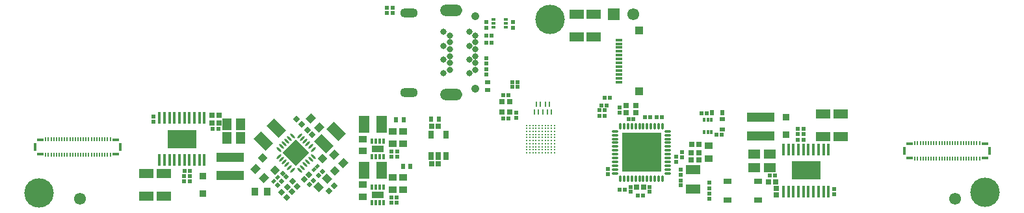
<source format=gts>
%FSLAX44Y44*%
%MOMM*%
G71*
G01*
G75*
G04 Layer_Color=8388736*
%ADD10R,1.8000X1.1500*%
%ADD11R,3.6000X1.2000*%
%ADD12R,0.9000X0.8000*%
G04:AMPARAMS|DCode=13|XSize=0.9mm|YSize=0.8mm|CornerRadius=0mm|HoleSize=0mm|Usage=FLASHONLY|Rotation=225.000|XOffset=0mm|YOffset=0mm|HoleType=Round|Shape=Rectangle|*
%AMROTATEDRECTD13*
4,1,4,0.0354,0.6010,0.6010,0.0354,-0.0354,-0.6010,-0.6010,-0.0354,0.0354,0.6010,0.0*
%
%ADD13ROTATEDRECTD13*%

%ADD14O,0.8500X0.2500*%
%ADD15O,0.2500X0.8500*%
%ADD16R,5.1500X5.1500*%
%ADD17R,0.6200X0.6200*%
%ADD18R,0.6200X0.6200*%
%ADD19C,0.1714*%
G04:AMPARAMS|DCode=20|XSize=0.65mm|YSize=0.55mm|CornerRadius=0mm|HoleSize=0mm|Usage=FLASHONLY|Rotation=45.000|XOffset=0mm|YOffset=0mm|HoleType=Round|Shape=Rectangle|*
%AMROTATEDRECTD20*
4,1,4,-0.0354,-0.4243,-0.4243,-0.0354,0.0354,0.4243,0.4243,0.0354,-0.0354,-0.4243,0.0*
%
%ADD20ROTATEDRECTD20*%

G04:AMPARAMS|DCode=21|XSize=0.65mm|YSize=0.55mm|CornerRadius=0mm|HoleSize=0mm|Usage=FLASHONLY|Rotation=315.000|XOffset=0mm|YOffset=0mm|HoleType=Round|Shape=Rectangle|*
%AMROTATEDRECTD21*
4,1,4,-0.4243,0.0354,-0.0354,0.4243,0.4243,-0.0354,0.0354,-0.4243,-0.4243,0.0354,0.0*
%
%ADD21ROTATEDRECTD21*%

%ADD22C,1.5000*%
%ADD23R,0.6500X0.5500*%
%ADD24R,0.4600X0.4200*%
%ADD25R,0.4500X0.6500*%
%ADD26R,0.4500X0.7000*%
%ADD27R,0.6500X0.4500*%
%ADD28R,0.7000X0.4500*%
%ADD29R,0.4500X0.4500*%
%ADD30R,0.5500X0.6500*%
%ADD31R,0.3300X0.5500*%
%ADD32R,0.5500X0.3300*%
%ADD33R,0.1800X0.4700*%
%ADD34R,0.8000X0.3500*%
%ADD35R,0.3000X1.0000*%
%ADD36R,0.6000X1.0000*%
%ADD37R,0.6500X0.7500*%
G04:AMPARAMS|DCode=38|XSize=0.42mm|YSize=0.46mm|CornerRadius=0mm|HoleSize=0mm|Usage=FLASHONLY|Rotation=135.000|XOffset=0mm|YOffset=0mm|HoleType=Round|Shape=Rectangle|*
%AMROTATEDRECTD38*
4,1,4,0.3111,0.0141,-0.0141,-0.3111,-0.3111,-0.0141,0.0141,0.3111,0.3111,0.0141,0.0*
%
%ADD38ROTATEDRECTD38*%

%ADD39R,0.4200X0.4600*%
%ADD40P,0.6364X4X270.0*%
%ADD41R,0.4500X0.4500*%
%ADD42P,0.8768X4X270.0*%
%ADD43P,0.8768X4X360.0*%
%ADD44P,0.6364X4X180.0*%
%ADD45R,1.2700X2.2000*%
%ADD46R,1.0000X0.9500*%
%ADD47R,0.8000X0.3000*%
%ADD48R,1.9000X1.1000*%
%ADD49R,0.3000X1.6000*%
%ADD50R,3.7000X2.4000*%
%ADD51R,1.1500X1.4500*%
%ADD52R,0.9000X1.0000*%
G04:AMPARAMS|DCode=53|XSize=1mm|YSize=0.9mm|CornerRadius=0mm|HoleSize=0mm|Usage=FLASHONLY|Rotation=45.000|XOffset=0mm|YOffset=0mm|HoleType=Round|Shape=Rectangle|*
%AMROTATEDRECTD53*
4,1,4,-0.0354,-0.6717,-0.6717,-0.0354,0.0354,0.6717,0.6717,0.0354,-0.0354,-0.6717,0.0*
%
%ADD53ROTATEDRECTD53*%

G04:AMPARAMS|DCode=54|XSize=2.2mm|YSize=1.27mm|CornerRadius=0mm|HoleSize=0mm|Usage=FLASHONLY|Rotation=135.000|XOffset=0mm|YOffset=0mm|HoleType=Round|Shape=Rectangle|*
%AMROTATEDRECTD54*
4,1,4,1.2268,-0.3288,0.3288,-1.2268,-1.2268,0.3288,-0.3288,1.2268,1.2268,-0.3288,0.0*
%
%ADD54ROTATEDRECTD54*%

G04:AMPARAMS|DCode=55|XSize=1mm|YSize=0.9mm|CornerRadius=0mm|HoleSize=0mm|Usage=FLASHONLY|Rotation=135.000|XOffset=0mm|YOffset=0mm|HoleType=Round|Shape=Rectangle|*
%AMROTATEDRECTD55*
4,1,4,0.6717,-0.0354,0.0354,-0.6717,-0.6717,0.0354,-0.0354,0.6717,0.6717,-0.0354,0.0*
%
%ADD55ROTATEDRECTD55*%

G04:AMPARAMS|DCode=56|XSize=0.25mm|YSize=0.8mm|CornerRadius=0mm|HoleSize=0mm|Usage=FLASHONLY|Rotation=315.000|XOffset=0mm|YOffset=0mm|HoleType=Round|Shape=Round|*
%AMOVALD56*
21,1,0.5500,0.2500,0.0000,0.0000,45.0*
1,1,0.2500,-0.1945,-0.1945*
1,1,0.2500,0.1945,0.1945*
%
%ADD56OVALD56*%

G04:AMPARAMS|DCode=57|XSize=0.25mm|YSize=0.8mm|CornerRadius=0mm|HoleSize=0mm|Usage=FLASHONLY|Rotation=225.000|XOffset=0mm|YOffset=0mm|HoleType=Round|Shape=Round|*
%AMOVALD57*
21,1,0.5500,0.2500,0.0000,0.0000,315.0*
1,1,0.2500,-0.1945,0.1945*
1,1,0.2500,0.1945,-0.1945*
%
%ADD57OVALD57*%

%ADD58P,3.4648X4X270.0*%
%ADD59R,1.0000X0.9000*%
%ADD60R,0.2500X0.7000*%
%ADD61R,1.5500X0.8500*%
%ADD62R,0.2000X0.7500*%
%ADD63R,0.9600X0.8900*%
%ADD64R,1.0500X0.6500*%
%ADD65R,1.4500X1.1500*%
%ADD66R,0.7500X0.6500*%
%ADD67C,0.5000*%
%ADD68C,0.2000*%
%ADD69C,0.1270*%
%ADD70C,0.1000*%
%ADD71C,0.3000*%
%ADD72C,0.4000*%
%ADD73C,0.0762*%
%ADD74C,1.2000*%
%ADD75C,1.0000*%
%ADD76C,0.7500*%
%ADD77C,0.2500*%
%ADD78C,0.1250*%
%ADD79C,0.1524*%
%ADD80C,0.1800*%
%ADD81C,0.1500*%
%ADD82C,0.1520*%
%ADD83C,0.1750*%
%ADD84R,1.6000X0.8000*%
%ADD85R,1.3250X1.0500*%
%ADD86R,0.7976X0.7976*%
%ADD87R,0.8000X0.3000*%
%ADD88C,3.8000*%
%ADD89O,2.2500X1.2000*%
%ADD90O,2.8500X1.4500*%
%ADD91C,0.7500*%
%ADD92C,1.0000*%
%ADD93R,1.5000X1.5000*%
%ADD94C,0.3000*%
%ADD95C,0.2500*%
%ADD96C,0.6000*%
%ADD97O,2.0400X1.0000*%
%ADD98O,2.6500X1.2000*%
%ADD99C,0.8500*%
%ADD100C,1.3000*%
%ADD101C,1.2000*%
%ADD102C,0.4500*%
%ADD103C,0.4000*%
%ADD104R,0.8900X0.9600*%
%ADD105R,0.3600X0.3200*%
%ADD106R,0.3200X0.3600*%
%ADD107R,0.5200X0.5200*%
%ADD108R,0.5200X0.5200*%
%ADD109R,0.6250X0.6000*%
%ADD110R,1.8508X1.2008*%
%ADD111R,3.6508X1.2508*%
%ADD112R,0.9508X0.8508*%
G04:AMPARAMS|DCode=113|XSize=0.9508mm|YSize=0.8508mm|CornerRadius=0mm|HoleSize=0mm|Usage=FLASHONLY|Rotation=225.000|XOffset=0mm|YOffset=0mm|HoleType=Round|Shape=Rectangle|*
%AMROTATEDRECTD113*
4,1,4,0.0354,0.6370,0.6370,0.0354,-0.0354,-0.6370,-0.6370,-0.0354,0.0354,0.6370,0.0*
%
%ADD113ROTATEDRECTD113*%

%ADD114O,0.9008X0.3008*%
%ADD115O,0.3008X0.9008*%
%ADD116R,5.2008X5.2008*%
%ADD117R,0.6708X0.6708*%
%ADD118R,0.6708X0.6708*%
%ADD119C,0.2222*%
G04:AMPARAMS|DCode=120|XSize=0.7008mm|YSize=0.6008mm|CornerRadius=0mm|HoleSize=0mm|Usage=FLASHONLY|Rotation=45.000|XOffset=0mm|YOffset=0mm|HoleType=Round|Shape=Rectangle|*
%AMROTATEDRECTD120*
4,1,4,-0.0354,-0.4602,-0.4602,-0.0354,0.0354,0.4602,0.4602,0.0354,-0.0354,-0.4602,0.0*
%
%ADD120ROTATEDRECTD120*%

G04:AMPARAMS|DCode=121|XSize=0.7008mm|YSize=0.6008mm|CornerRadius=0mm|HoleSize=0mm|Usage=FLASHONLY|Rotation=315.000|XOffset=0mm|YOffset=0mm|HoleType=Round|Shape=Rectangle|*
%AMROTATEDRECTD121*
4,1,4,-0.4602,0.0354,-0.0354,0.4602,0.4602,-0.0354,0.0354,-0.4602,-0.4602,0.0354,0.0*
%
%ADD121ROTATEDRECTD121*%

%ADD122C,1.5508*%
%ADD123R,0.7008X0.6008*%
%ADD124R,0.5108X0.4708*%
%ADD125R,0.5008X0.7008*%
%ADD126R,0.5008X0.7508*%
%ADD127R,0.7008X0.5008*%
%ADD128R,0.7508X0.5008*%
%ADD129R,0.5008X0.5008*%
%ADD130R,0.6008X0.7008*%
%ADD131R,0.3808X0.6008*%
%ADD132R,0.6008X0.3808*%
%ADD133R,0.2308X0.5208*%
%ADD134R,0.8508X0.4008*%
%ADD135R,0.3508X1.0508*%
%ADD136R,0.6508X1.0508*%
%ADD137R,0.7008X0.8008*%
G04:AMPARAMS|DCode=138|XSize=0.4708mm|YSize=0.5108mm|CornerRadius=0mm|HoleSize=0mm|Usage=FLASHONLY|Rotation=135.000|XOffset=0mm|YOffset=0mm|HoleType=Round|Shape=Rectangle|*
%AMROTATEDRECTD138*
4,1,4,0.3471,0.0141,-0.0141,-0.3471,-0.3471,-0.0141,0.0141,0.3471,0.3471,0.0141,0.0*
%
%ADD138ROTATEDRECTD138*%

%ADD139R,0.4708X0.5108*%
%ADD140P,0.7082X4X270.0*%
%ADD141R,0.5008X0.5008*%
%ADD142P,0.9486X4X270.0*%
%ADD143P,0.9486X4X360.0*%
%ADD144P,0.7082X4X180.0*%
%ADD145R,1.3208X2.2508*%
%ADD146R,1.0508X1.0008*%
%ADD147R,0.8508X0.3508*%
%ADD148R,1.9508X1.1508*%
%ADD149R,0.3508X1.6508*%
%ADD150R,3.7508X2.4508*%
%ADD151R,1.2008X1.5008*%
%ADD152R,0.9508X1.0508*%
G04:AMPARAMS|DCode=153|XSize=1.0508mm|YSize=0.9508mm|CornerRadius=0mm|HoleSize=0mm|Usage=FLASHONLY|Rotation=45.000|XOffset=0mm|YOffset=0mm|HoleType=Round|Shape=Rectangle|*
%AMROTATEDRECTD153*
4,1,4,-0.0354,-0.7077,-0.7077,-0.0354,0.0354,0.7077,0.7077,0.0354,-0.0354,-0.7077,0.0*
%
%ADD153ROTATEDRECTD153*%

G04:AMPARAMS|DCode=154|XSize=2.2508mm|YSize=1.3208mm|CornerRadius=0mm|HoleSize=0mm|Usage=FLASHONLY|Rotation=135.000|XOffset=0mm|YOffset=0mm|HoleType=Round|Shape=Rectangle|*
%AMROTATEDRECTD154*
4,1,4,1.2628,-0.3288,0.3288,-1.2628,-1.2628,0.3288,-0.3288,1.2628,1.2628,-0.3288,0.0*
%
%ADD154ROTATEDRECTD154*%

G04:AMPARAMS|DCode=155|XSize=1.0508mm|YSize=0.9508mm|CornerRadius=0mm|HoleSize=0mm|Usage=FLASHONLY|Rotation=135.000|XOffset=0mm|YOffset=0mm|HoleType=Round|Shape=Rectangle|*
%AMROTATEDRECTD155*
4,1,4,0.7077,-0.0354,0.0354,-0.7077,-0.7077,0.0354,-0.0354,0.7077,0.7077,-0.0354,0.0*
%
%ADD155ROTATEDRECTD155*%

G04:AMPARAMS|DCode=156|XSize=0.3008mm|YSize=0.8508mm|CornerRadius=0mm|HoleSize=0mm|Usage=FLASHONLY|Rotation=315.000|XOffset=0mm|YOffset=0mm|HoleType=Round|Shape=Round|*
%AMOVALD156*
21,1,0.5500,0.3008,0.0000,0.0000,45.0*
1,1,0.3008,-0.1945,-0.1945*
1,1,0.3008,0.1945,0.1945*
%
%ADD156OVALD156*%

G04:AMPARAMS|DCode=157|XSize=0.3008mm|YSize=0.8508mm|CornerRadius=0mm|HoleSize=0mm|Usage=FLASHONLY|Rotation=225.000|XOffset=0mm|YOffset=0mm|HoleType=Round|Shape=Round|*
%AMOVALD157*
21,1,0.5500,0.3008,0.0000,0.0000,315.0*
1,1,0.3008,-0.1945,0.1945*
1,1,0.3008,0.1945,-0.1945*
%
%ADD157OVALD157*%

%ADD158P,3.5367X4X270.0*%
%ADD159R,1.0508X0.9508*%
%ADD160R,0.3008X0.7508*%
%ADD161R,1.6008X0.9008*%
%ADD162R,1.0108X0.9408*%
%ADD163R,1.1008X0.7008*%
%ADD164R,1.5008X1.2008*%
%ADD165R,0.8008X0.7008*%
%ADD166C,3.8508*%
%ADD167O,2.3008X1.2508*%
%ADD168O,2.9008X1.5008*%
%ADD169C,0.8008*%
%ADD170C,1.0508*%
%ADD171R,1.5508X1.5508*%
D62*
X689200Y128300D02*
D03*
X678200D02*
D03*
X684200D02*
D03*
X672200D02*
D03*
X667200D02*
D03*
X686700Y138700D02*
D03*
X681700D02*
D03*
X674700Y138700D02*
D03*
X669700Y138700D02*
D03*
D110*
X744000Y256000D02*
D03*
Y226000D02*
D03*
X722000Y256000D02*
D03*
Y226000D02*
D03*
X1042600Y126000D02*
D03*
Y96000D02*
D03*
X1065600Y126000D02*
D03*
Y96000D02*
D03*
X161600Y18000D02*
D03*
Y48000D02*
D03*
X184600Y18000D02*
D03*
Y48000D02*
D03*
D111*
X271000Y69000D02*
D03*
Y45000D02*
D03*
X962000Y97000D02*
D03*
Y121000D02*
D03*
D112*
X995000Y98500D02*
D03*
Y121500D02*
D03*
X235000Y44500D02*
D03*
Y21500D02*
D03*
D113*
X329132Y51868D02*
D03*
X312868Y68132D02*
D03*
X390868Y67132D02*
D03*
X407132Y50868D02*
D03*
D114*
X840500Y48000D02*
D03*
Y53000D02*
D03*
Y58000D02*
D03*
Y63000D02*
D03*
Y68000D02*
D03*
Y73000D02*
D03*
Y78000D02*
D03*
Y83000D02*
D03*
Y88000D02*
D03*
Y93000D02*
D03*
Y98000D02*
D03*
Y103000D02*
D03*
X772000D02*
D03*
Y98000D02*
D03*
Y93000D02*
D03*
Y88000D02*
D03*
Y83000D02*
D03*
Y78000D02*
D03*
Y73000D02*
D03*
Y68000D02*
D03*
Y63000D02*
D03*
Y58000D02*
D03*
Y53000D02*
D03*
Y48000D02*
D03*
D115*
X833750Y109750D02*
D03*
X828750D02*
D03*
X823750D02*
D03*
X818750D02*
D03*
X813750D02*
D03*
X808750D02*
D03*
X803750D02*
D03*
X798750D02*
D03*
X793750D02*
D03*
X788750D02*
D03*
X783750D02*
D03*
X778750D02*
D03*
Y41250D02*
D03*
X783750D02*
D03*
X788750D02*
D03*
X793750D02*
D03*
X798750D02*
D03*
X803750D02*
D03*
X808750D02*
D03*
X813750D02*
D03*
X818750D02*
D03*
X823750D02*
D03*
X828750D02*
D03*
X833750D02*
D03*
D116*
X806250Y75500D02*
D03*
D117*
X247100Y124000D02*
D03*
X256100D02*
D03*
X881100Y86000D02*
D03*
X872100D02*
D03*
X972100Y37000D02*
D03*
X981100D02*
D03*
X247100Y114000D02*
D03*
X256100D02*
D03*
X809100Y30000D02*
D03*
X800100D02*
D03*
X532750Y60500D02*
D03*
X541750D02*
D03*
X532750Y109500D02*
D03*
X541750D02*
D03*
D118*
X982000Y19500D02*
D03*
Y28500D02*
D03*
X881000Y74500D02*
D03*
Y65500D02*
D03*
X871000Y74500D02*
D03*
Y65500D02*
D03*
D119*
X657000Y98750D02*
D03*
X661000D02*
D03*
X657000Y78750D02*
D03*
X661000D02*
D03*
X657000Y82750D02*
D03*
X661000D02*
D03*
X657000Y94750D02*
D03*
X661000D02*
D03*
X657000Y106750D02*
D03*
X661000D02*
D03*
X657000Y102750D02*
D03*
X661000D02*
D03*
Y74750D02*
D03*
X657000D02*
D03*
X673000Y110750D02*
D03*
X685000Y74750D02*
D03*
X689000D02*
D03*
Y78750D02*
D03*
X685000D02*
D03*
X689000Y82750D02*
D03*
X681000Y74750D02*
D03*
Y78750D02*
D03*
X677000Y74750D02*
D03*
Y78750D02*
D03*
X693000Y82750D02*
D03*
Y86750D02*
D03*
X685000D02*
D03*
X689000D02*
D03*
X685000Y82750D02*
D03*
X677000D02*
D03*
X681000D02*
D03*
X685000Y90750D02*
D03*
X681000Y86750D02*
D03*
Y90750D02*
D03*
X673000Y78750D02*
D03*
X669000Y74750D02*
D03*
X673000D02*
D03*
X669000Y78750D02*
D03*
X673000Y82750D02*
D03*
X665000D02*
D03*
X669000D02*
D03*
X677000Y86750D02*
D03*
X669000D02*
D03*
X673000D02*
D03*
X677000Y90750D02*
D03*
X669000D02*
D03*
X673000D02*
D03*
X661000Y86750D02*
D03*
X665000D02*
D03*
X661000Y90750D02*
D03*
X657000Y86750D02*
D03*
Y90750D02*
D03*
X693000Y94750D02*
D03*
X689000Y90750D02*
D03*
X693000D02*
D03*
X689000Y94750D02*
D03*
X693000Y98750D02*
D03*
X689000D02*
D03*
Y102750D02*
D03*
X681000Y94750D02*
D03*
X685000D02*
D03*
X677000D02*
D03*
X685000Y98750D02*
D03*
Y102750D02*
D03*
X677000Y98750D02*
D03*
X681000D02*
D03*
X693000Y102750D02*
D03*
X689000Y106750D02*
D03*
X693000D02*
D03*
X689000Y110750D02*
D03*
X693000D02*
D03*
X685000Y106750D02*
D03*
Y110750D02*
D03*
X681000Y102750D02*
D03*
Y106750D02*
D03*
X677000D02*
D03*
X681000Y110750D02*
D03*
X677000D02*
D03*
X673000Y94750D02*
D03*
X665000D02*
D03*
X669000D02*
D03*
X673000Y98750D02*
D03*
X677000Y102750D02*
D03*
X669000Y98750D02*
D03*
Y102750D02*
D03*
X665000Y90750D02*
D03*
Y98750D02*
D03*
Y102750D02*
D03*
X673000D02*
D03*
X669000Y106750D02*
D03*
X673000D02*
D03*
X669000Y110750D02*
D03*
X665000Y106750D02*
D03*
Y110750D02*
D03*
X661000D02*
D03*
X657000D02*
D03*
X665000Y74750D02*
D03*
Y78750D02*
D03*
X693000Y74750D02*
D03*
Y78750D02*
D03*
D120*
X337464Y23536D02*
D03*
X344536Y16465D02*
D03*
X356906Y119201D02*
D03*
X363977Y112130D02*
D03*
D121*
X406536Y31535D02*
D03*
X399464Y24464D02*
D03*
D122*
X1215000Y15000D02*
D03*
X75000D02*
D03*
X795300Y256000D02*
D03*
D123*
X605600Y167000D02*
D03*
Y157000D02*
D03*
D124*
X644900Y161000D02*
D03*
X638300D02*
D03*
X644900Y167000D02*
D03*
X638300D02*
D03*
X795900Y119000D02*
D03*
X789300D02*
D03*
X626700Y150000D02*
D03*
X633300D02*
D03*
X817550Y121500D02*
D03*
X810950D02*
D03*
X633300Y120000D02*
D03*
X626700D02*
D03*
D125*
X911750Y127000D02*
D03*
D126*
X897750D02*
D03*
D127*
X911320Y119250D02*
D03*
D128*
Y105250D02*
D03*
D129*
X604600Y184400D02*
D03*
Y177400D02*
D03*
X604600Y191400D02*
D03*
Y198400D02*
D03*
X643000Y120500D02*
D03*
Y127500D02*
D03*
X487600Y16500D02*
D03*
Y9500D02*
D03*
X488600Y76500D02*
D03*
Y69500D02*
D03*
X170600Y115500D02*
D03*
Y122500D02*
D03*
X751600Y123500D02*
D03*
Y130500D02*
D03*
X638600Y245500D02*
D03*
Y238500D02*
D03*
X604600Y245500D02*
D03*
Y238500D02*
D03*
X1009600Y106500D02*
D03*
Y99500D02*
D03*
X218600Y44500D02*
D03*
Y37500D02*
D03*
X480600Y9500D02*
D03*
Y16500D02*
D03*
X480600Y69500D02*
D03*
Y76500D02*
D03*
X894600Y28500D02*
D03*
Y35500D02*
D03*
X894600Y14500D02*
D03*
Y21500D02*
D03*
X758600Y123500D02*
D03*
Y130500D02*
D03*
X1057600Y27500D02*
D03*
Y20500D02*
D03*
X482600Y257500D02*
D03*
Y264500D02*
D03*
D130*
X532250Y118900D02*
D03*
X542250D02*
D03*
X505600Y57000D02*
D03*
X495600D02*
D03*
X486600Y118000D02*
D03*
X496600D02*
D03*
D131*
X897600Y102000D02*
D03*
X892600D02*
D03*
X887600D02*
D03*
Y118000D02*
D03*
X892600D02*
D03*
X897600D02*
D03*
D132*
X629600Y249000D02*
D03*
Y244000D02*
D03*
Y239000D02*
D03*
X613600D02*
D03*
Y244000D02*
D03*
Y249000D02*
D03*
D133*
X1183500Y87500D02*
D03*
X1180000D02*
D03*
X1204500D02*
D03*
X1201000D02*
D03*
X1215000Y67500D02*
D03*
X1211500D02*
D03*
X1225500Y87500D02*
D03*
X1222000D02*
D03*
X1204500Y67500D02*
D03*
X1201000D02*
D03*
X1194000D02*
D03*
X1190500D02*
D03*
X1225500D02*
D03*
X1222000D02*
D03*
X1215000Y87500D02*
D03*
X1211500D02*
D03*
X1194000D02*
D03*
X1190500D02*
D03*
X1162500Y67500D02*
D03*
Y87500D02*
D03*
X1166000Y67500D02*
D03*
Y87500D02*
D03*
X1169500Y67500D02*
D03*
Y87500D02*
D03*
X1173000Y67500D02*
D03*
Y87500D02*
D03*
X1176500Y67500D02*
D03*
Y87500D02*
D03*
X1187000Y67500D02*
D03*
Y87500D02*
D03*
X1197500Y67500D02*
D03*
Y87500D02*
D03*
X1208000Y67500D02*
D03*
Y87500D02*
D03*
X1218500Y67500D02*
D03*
Y87500D02*
D03*
X1229000Y67500D02*
D03*
Y87500D02*
D03*
X1232500Y67500D02*
D03*
Y87500D02*
D03*
X1236000Y67500D02*
D03*
Y87500D02*
D03*
X1239500Y67500D02*
D03*
Y87500D02*
D03*
X1243000Y67500D02*
D03*
Y87500D02*
D03*
X1246500Y67500D02*
D03*
Y87500D02*
D03*
X1180000Y67500D02*
D03*
X1183500D02*
D03*
X69001Y72500D02*
D03*
X72501D02*
D03*
X69001Y92500D02*
D03*
X72501D02*
D03*
X58500D02*
D03*
X62000D02*
D03*
X93500D02*
D03*
X90000D02*
D03*
X93500Y72500D02*
D03*
X90000D02*
D03*
X83000Y92500D02*
D03*
X79500D02*
D03*
X83000Y72500D02*
D03*
X79500D02*
D03*
X30501D02*
D03*
Y92500D02*
D03*
X34000Y72500D02*
D03*
Y92500D02*
D03*
X37501Y72500D02*
D03*
Y92500D02*
D03*
X41000Y72500D02*
D03*
Y92500D02*
D03*
X44500Y72500D02*
D03*
Y92500D02*
D03*
X55001Y72500D02*
D03*
Y92500D02*
D03*
X65500Y72500D02*
D03*
Y92500D02*
D03*
X76000Y72500D02*
D03*
Y92500D02*
D03*
X86501Y72500D02*
D03*
Y92500D02*
D03*
X97001Y72500D02*
D03*
Y92500D02*
D03*
X100500Y72500D02*
D03*
Y92500D02*
D03*
X104001Y72500D02*
D03*
Y92500D02*
D03*
X107500Y72500D02*
D03*
Y92500D02*
D03*
X111000Y72500D02*
D03*
Y92500D02*
D03*
X114501Y72500D02*
D03*
Y92500D02*
D03*
X62000Y72500D02*
D03*
X58500D02*
D03*
X51501D02*
D03*
X48000D02*
D03*
X51501Y92500D02*
D03*
X48000D02*
D03*
D134*
X1253750Y86850D02*
D03*
Y68150D02*
D03*
X1155250Y86850D02*
D03*
Y68150D02*
D03*
X121750Y91850D02*
D03*
Y73150D02*
D03*
X23251Y91850D02*
D03*
Y73150D02*
D03*
D135*
X1260000Y77500D02*
D03*
X1149000D02*
D03*
X128000Y82500D02*
D03*
X17000D02*
D03*
D136*
X532500Y98500D02*
D03*
X551500D02*
D03*
Y71000D02*
D03*
X542000D02*
D03*
X532500D02*
D03*
D137*
X635000Y141500D02*
D03*
Y128500D02*
D03*
X625000D02*
D03*
Y141500D02*
D03*
D138*
X327667Y37667D02*
D03*
X332333Y42333D02*
D03*
X379564Y52533D02*
D03*
X384231Y57200D02*
D03*
D139*
X763000Y53550D02*
D03*
Y46950D02*
D03*
X857250Y38800D02*
D03*
Y32200D02*
D03*
X857250Y52800D02*
D03*
Y46200D02*
D03*
X777600Y134300D02*
D03*
Y127700D02*
D03*
X859000Y75300D02*
D03*
Y68700D02*
D03*
X1017600Y99700D02*
D03*
Y106300D02*
D03*
X210600Y37700D02*
D03*
Y44300D02*
D03*
X817000Y30300D02*
D03*
Y23700D02*
D03*
X474600Y257700D02*
D03*
Y264300D02*
D03*
X792000Y30300D02*
D03*
Y23700D02*
D03*
X851250Y69550D02*
D03*
Y62950D02*
D03*
D140*
X338967Y48140D02*
D03*
X343917Y43190D02*
D03*
D141*
X910750Y98250D02*
D03*
X903750D02*
D03*
X1017100Y92000D02*
D03*
X1010100D02*
D03*
X248100Y106000D02*
D03*
X255100D02*
D03*
X784500Y27000D02*
D03*
X777500D02*
D03*
X808500Y19000D02*
D03*
X801500D02*
D03*
X611100Y228000D02*
D03*
X604100D02*
D03*
X884500Y126750D02*
D03*
X891500D02*
D03*
X973100Y45000D02*
D03*
X980100D02*
D03*
X761100Y137000D02*
D03*
X754100D02*
D03*
X765100Y147000D02*
D03*
X758100D02*
D03*
X832750Y121500D02*
D03*
X825750D02*
D03*
X611100Y219000D02*
D03*
X604100D02*
D03*
X218100Y51000D02*
D03*
X211100D02*
D03*
D142*
X371260Y104847D02*
D03*
X377624Y98483D02*
D03*
X351818Y37182D02*
D03*
X358182Y30818D02*
D03*
X344818Y30182D02*
D03*
X351182Y23818D02*
D03*
D143*
X366818Y39818D02*
D03*
X373182Y46182D02*
D03*
D144*
X332525Y32525D02*
D03*
X337475Y37475D02*
D03*
X373967Y33190D02*
D03*
X378917Y38140D02*
D03*
X385967Y45190D02*
D03*
X390917Y50140D02*
D03*
D145*
X468250Y52000D02*
D03*
X444950D02*
D03*
X468250Y112000D02*
D03*
X444950D02*
D03*
D146*
X803599Y155251D02*
D03*
Y234751D02*
D03*
D147*
X776599Y167501D02*
D03*
Y172501D02*
D03*
Y177501D02*
D03*
Y182501D02*
D03*
Y187501D02*
D03*
Y192501D02*
D03*
Y197501D02*
D03*
Y202501D02*
D03*
Y207501D02*
D03*
Y212501D02*
D03*
Y217501D02*
D03*
Y222501D02*
D03*
D148*
X873250Y52750D02*
D03*
Y27750D02*
D03*
D149*
X237180Y120160D02*
D03*
X224180D02*
D03*
X217680D02*
D03*
X230680D02*
D03*
X237180Y65160D02*
D03*
X230680D02*
D03*
X224180D02*
D03*
X211180Y120160D02*
D03*
X204680D02*
D03*
X198180D02*
D03*
X191680D02*
D03*
X185180D02*
D03*
X178680D02*
D03*
X217680Y65160D02*
D03*
X211180D02*
D03*
X204680D02*
D03*
X198180D02*
D03*
X191680D02*
D03*
X178680D02*
D03*
X185180D02*
D03*
X1049790Y78650D02*
D03*
X1043290D02*
D03*
X1036790D02*
D03*
X1030290D02*
D03*
X1036790Y23650D02*
D03*
X1030290D02*
D03*
X1049790D02*
D03*
X1043290D02*
D03*
X1023790D02*
D03*
X1010790Y78650D02*
D03*
X1004290D02*
D03*
X1023790D02*
D03*
X1017290D02*
D03*
X997790D02*
D03*
X991290D02*
D03*
X1017290Y23650D02*
D03*
X1010790D02*
D03*
X1004290D02*
D03*
X991290D02*
D03*
X997790D02*
D03*
D150*
X207970Y92220D02*
D03*
X1020500Y51590D02*
D03*
D151*
X284600Y94000D02*
D03*
X266600D02*
D03*
X284600Y112000D02*
D03*
X266600D02*
D03*
D152*
X319000Y24000D02*
D03*
X303000Y24000D02*
D03*
D153*
X303785Y53322D02*
D03*
X315099Y42008D02*
D03*
X375785Y119322D02*
D03*
X387099Y108008D02*
D03*
X417657Y61343D02*
D03*
X406343Y72657D02*
D03*
D154*
X314204Y90427D02*
D03*
X330680Y106903D02*
D03*
X392204Y86427D02*
D03*
X408680Y102903D02*
D03*
D155*
X385785Y30008D02*
D03*
X397099Y41322D02*
D03*
D156*
X378892Y79438D02*
D03*
X375357Y82974D02*
D03*
X371821Y86509D02*
D03*
X368286Y90045D02*
D03*
X364750Y93580D02*
D03*
X361215Y97116D02*
D03*
X333991Y69892D02*
D03*
X337527Y66357D02*
D03*
X341062Y62821D02*
D03*
X344598Y59286D02*
D03*
X348133Y55750D02*
D03*
X351669Y52214D02*
D03*
D157*
Y97116D02*
D03*
X348133Y93580D02*
D03*
X344598Y90045D02*
D03*
X341062Y86509D02*
D03*
X337527Y82974D02*
D03*
X333991Y79438D02*
D03*
X361215Y52214D02*
D03*
X364750Y55750D02*
D03*
X368286Y59286D02*
D03*
X371821Y62821D02*
D03*
X375357Y66357D02*
D03*
X378892Y69892D02*
D03*
D158*
X356442Y74665D02*
D03*
D159*
X443600Y77000D02*
D03*
Y93000D02*
D03*
X495600Y87000D02*
D03*
Y103000D02*
D03*
X482600Y87000D02*
D03*
Y103000D02*
D03*
X443600Y17000D02*
D03*
Y33000D02*
D03*
X495600Y27000D02*
D03*
Y43000D02*
D03*
X482600Y27000D02*
D03*
Y43000D02*
D03*
D160*
X470100Y70050D02*
D03*
X455100D02*
D03*
X460100D02*
D03*
X465100D02*
D03*
X470100Y89950D02*
D03*
X460100D02*
D03*
X465100D02*
D03*
X455100D02*
D03*
X470100Y10050D02*
D03*
X455100D02*
D03*
X460100D02*
D03*
X465100D02*
D03*
X470100Y29950D02*
D03*
X460100D02*
D03*
X465100D02*
D03*
X455100D02*
D03*
D161*
X462600Y80000D02*
D03*
X462600Y20000D02*
D03*
D162*
X893600Y84550D02*
D03*
Y67450D02*
D03*
D163*
X958250Y37750D02*
D03*
Y12750D02*
D03*
X918250Y37750D02*
D03*
Y12750D02*
D03*
D164*
X953000Y55000D02*
D03*
Y73000D02*
D03*
X973500Y55000D02*
D03*
Y73000D02*
D03*
D165*
X786100Y137000D02*
D03*
X799100D02*
D03*
Y127000D02*
D03*
X786100D02*
D03*
D166*
X1254000Y23000D02*
D03*
X22000Y22000D02*
D03*
X687000Y249000D02*
D03*
D167*
X503651Y154000D02*
D03*
Y257900D02*
D03*
D168*
X558651Y151000D02*
D03*
Y260900D02*
D03*
D169*
X590150Y219400D02*
D03*
Y228400D02*
D03*
X582150Y232900D02*
D03*
Y214900D02*
D03*
Y196900D02*
D03*
Y178900D02*
D03*
X548651D02*
D03*
Y196900D02*
D03*
Y232900D02*
D03*
Y214900D02*
D03*
X556651Y228400D02*
D03*
Y219400D02*
D03*
Y210400D02*
D03*
Y201400D02*
D03*
Y192400D02*
D03*
Y183400D02*
D03*
X590150Y210400D02*
D03*
Y201400D02*
D03*
Y192400D02*
D03*
Y183400D02*
D03*
D170*
Y253400D02*
D03*
Y158500D02*
D03*
D171*
X769900Y256000D02*
D03*
M02*

</source>
